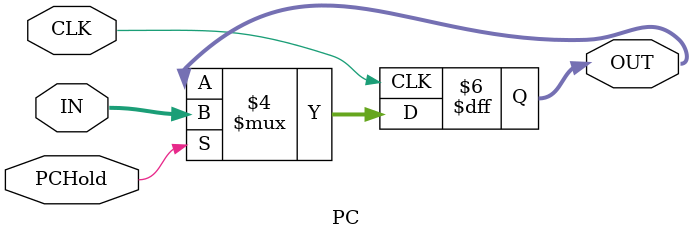
<source format=v>
`ifndef PC
`define PC
`timescale 1ns / 1ps

module PC(CLK, PCHold, IN, OUT);
input wire CLK, PCHold;
input wire [31:0] IN;
output reg [31:0] OUT;

initial begin
    OUT = 32'b0;
end

always @(posedge CLK) begin
    if (PCHold)
        OUT = IN;
end
endmodule
`endif

</source>
